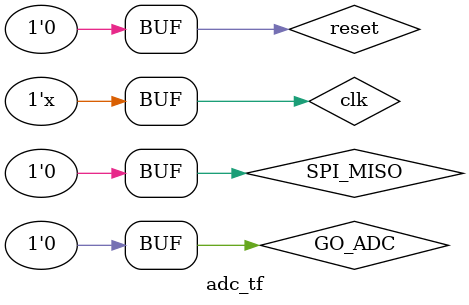
<source format=v>
`timescale 1ns / 1ps


module adc_tf;
	reg clk;
	reg GO_ADC;
	reg reset;
	reg SPI_MISO;
	wire DONE_ADC;
	wire ADC_CONV;
	wire [7:0] ADC0;
	wire [7:0] ADC1;
	wire SPI_CLK_ADC;
	adc uut (
		.clk(clk), 
		.GO_ADC(GO_ADC), 
		.reset(reset), 
		.SPI_MISO(SPI_MISO), 
		.DONE_ADC(DONE_ADC), 
		.ADC_CONV(ADC_CONV), 
		.ADC0(ADC0), 
		.ADC1(ADC1), 
		.SPI_CLK_ADC(SPI_CLK_ADC)
	);
	always
	#5 clk = ~clk;
	initial begin
		clk = 0;
		GO_ADC = 0;
		reset = 1;
		SPI_MISO = 0;
		#10 reset = 0;
      #21 GO_ADC = 1;
		#5 GO_ADC = 0;
		#50 SPI_MISO = 1;
		#10 SPI_MISO = 0;
		#20 SPI_MISO = 1;
		#10 SPI_MISO = 0;
		#10 SPI_MISO = 1;
		#40 SPI_MISO = 0;
	end
      
endmodule


</source>
